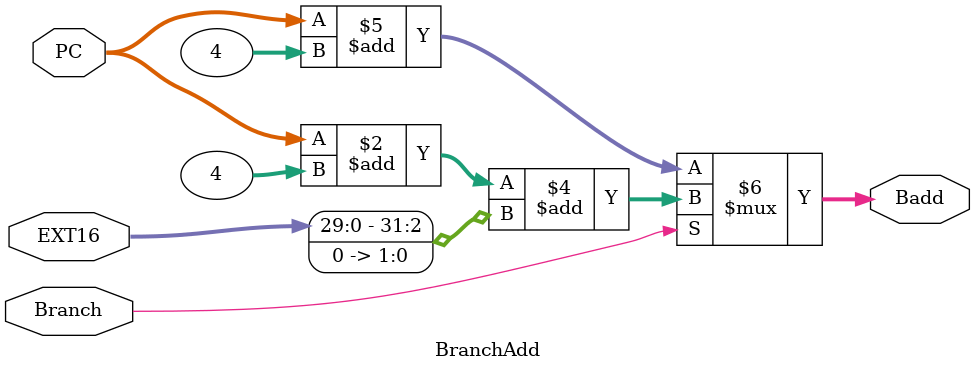
<source format=v>
module BranchAdd (input [31:0] PC,
                  input [31:0] EXT16,
                  input Branch,
                  output [31:0] Badd);
assign Badd = ((Branch == 1'b1)? (PC+4+(EXT16 <<< 2)):(PC+4));
endmodule

</source>
